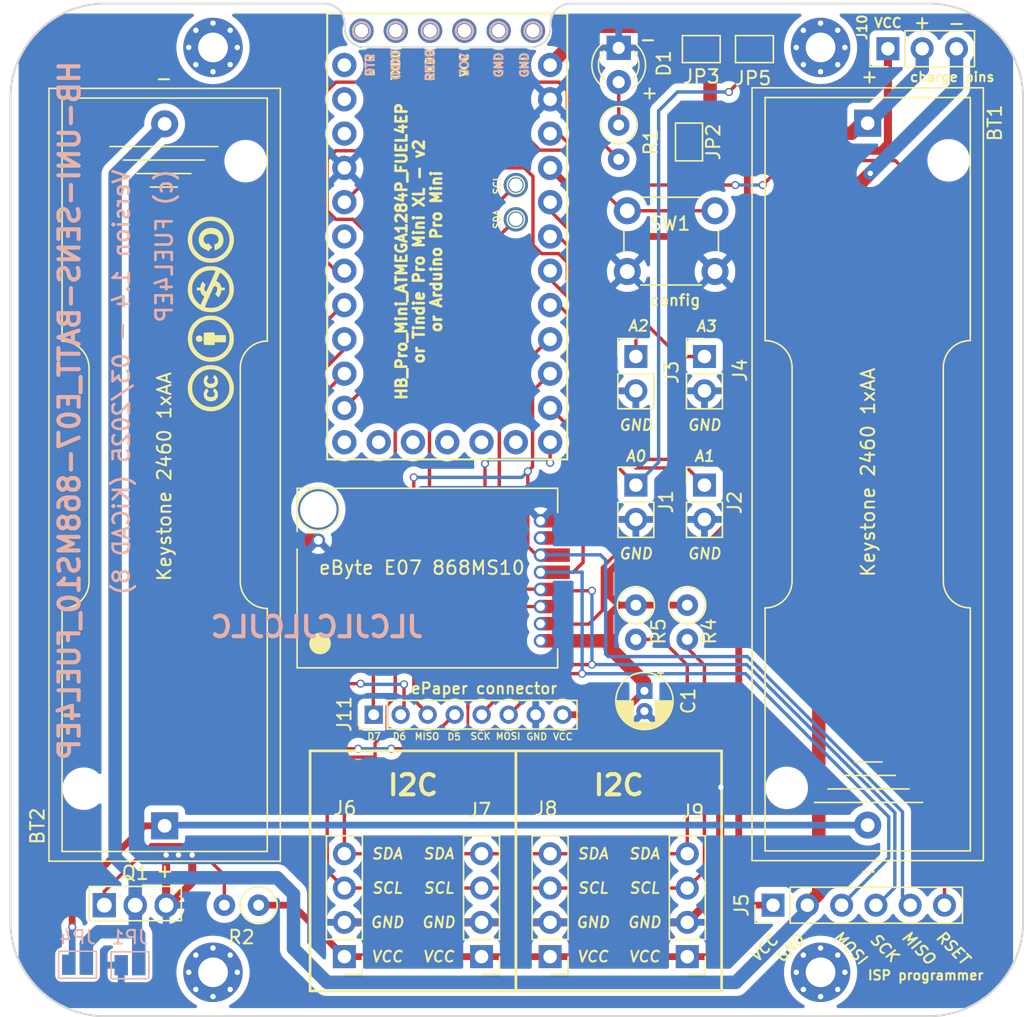
<source format=kicad_pcb>
(kicad_pcb (version 20240108) (generator "pcbnew") (generator_version "8.0")
  (title_block (title "HB-UNI-SEN-BATT_E07-868MS10_FUEL4EP") (date "2025-03-07") (rev "1.4") (company "FUEL4EP") (comment 1 "migration to KiCAD 6"))
  (layers (0 "F.Cu" signal) (31 "B.Cu" signal) (34 "B.Paste" user) (35 "F.Paste" user) (36 "B.SilkS" user "B.Silkscreen") (37 "F.SilkS" user "F.Silkscreen") (38 "B.Mask" user) (39 "F.Mask" user) (44 "Edge.Cuts" user))
  (net 0 "")
  (net 1 "GND")
  (net 2 "Net-(D1-A)")
  (net 3 "/SS")
  (net 4 "/D2")
  (net 5 "/SCL")
  (net 6 "/SDA")
  (net 7 "/A0")
  (net 8 "/A1")
  (net 9 "/A2")
  (net 10 "/A3")
  (net 11 "/MOSI")
  (net 12 "/SCK")
  (net 13 "/MISO")
  (net 14 "/RSET")
  (net 16 "VCC")
  (net 27 "/minusBAT")
  (net 30 "/plusBAT")
  (net 32 "/D5")
  (net 33 "/D6")
  (net 34 "/D7")
  (net 35 "/CONFIG")
  (net 36 "/conBAT")
  (net 37 "Net-(Q1-G)")
  (net 38 "/V_ACCU")
  (net 40 "Net-(Module2-PD4)")
  (footprint "LED_THT:LED_D3.0mm" (layer "F.Cu") (at 45.05 -71.72 -90)
    (property "Reference" "D1")
    (property "Value" "LED red 3mm")
  )
  (footprint "Connector_PinHeader_2.54mm:PinHeader_1x02_P2.54mm_Vertical" (layer "F.Cu") (at 46.32 -39.335)
    (property "Reference" "J1")
    (property "Value" "Conn_01x02")
  )
  (footprint "Connector_PinHeader_2.54mm:PinHeader_1x02_P2.54mm_Vertical" (layer "F.Cu") (at 51.4 -39.335)
    (property "Reference" "J2")
    (property "Value" "Conn_01x02")
  )
  (footprint "Connector_PinHeader_2.54mm:PinHeader_1x04_P2.54mm_Vertical" (layer "F.Cu") (at 34.89 -4.41 180)
    (property "Reference" "J7")
    (property "Value" "Conn_01x04")
  )
  (footprint "FUEL4EP:BatteryHolder_Keystone_2460_1xAA" (layer "F.Cu") (at 63.49 -66.14 -90)
    (property "Reference" "BT1")
    (property "Value" "AA")
  )
  (footprint "Connector_PinHeader_2.54mm:PinHeader_1x02_P2.54mm_Vertical" (layer "F.Cu") (at 46.32 -48.86)
    (property "Reference" "J3")
    (property "Value" "Conn_01x02")
  )
  (footprint "Connector_PinHeader_2.54mm:PinHeader_1x02_P2.54mm_Vertical" (layer "F.Cu") (at 51.4 -48.86)
    (property "Reference" "J4")
    (property "Value" "Conn_01x02")
  )
  (footprint "Connector_PinHeader_2.54mm:PinHeader_1x06_P2.54mm_Vertical" (layer "F.Cu") (at 56.48 -8.22 90)
    (property "Reference" "J5")
    (property "Value" "ISP Programmer")
  )
  (footprint "Connector_PinHeader_2.54mm:PinHeader_1x04_P2.54mm_Vertical" (layer "F.Cu") (at 24.73 -4.41 180)
    (property "Reference" "J6")
    (property "Value" "Conn_01x04")
  )
  (footprint "Capacitor_THT:CP_Radial_D4.0mm_P1.50mm" (layer "F.Cu") (at 46.955 -24.095 -90)
    (property "Reference" "C1")
    (property "Value" "10uF")
  )
  (footprint "Resistor_THT:R_Axial_DIN0207_L6.3mm_D2.5mm_P2.54mm_Vertical" (layer "F.Cu") (at 50.13 -30.445 -90)
    (property "Reference" "R4")
    (property "Value" "10K")
  )
  (footprint "Resistor_THT:R_Axial_DIN0207_L6.3mm_D2.5mm_P2.54mm_Vertical" (layer "F.Cu") (at 46.32 -30.445 -90)
    (property "Reference" "R5")
    (property "Value" "10K")
  )
  (footprint "Resistor_THT:R_Axial_DIN0207_L6.3mm_D2.5mm_P2.54mm_Vertical" (layer "F.Cu") (at 45.05 -66.005 -90)
    (property "Reference" "R1")
    (property "Value" "470")
  )
  (footprint "Package_TO_SOT_THT:TO-251-3_Vertical" (layer "F.Cu") (at 6.95 -8.22)
    (property "Reference" "Q1")
    (property "Value" "IRLU024N")
  )
  (footprint "Connector_PinHeader_2.54mm:PinHeader_1x04_P2.54mm_Vertical" (layer "F.Cu") (at 50.13 -4.41 180)
    (property "Reference" "J9")
    (property "Value" "Conn_01x04")
  )
  (footprint "Connector_PinHeader_2.54mm:PinHeader_1x03_P2.54mm_Vertical" (layer "F.Cu") (at 64.989 -71.6565 90)
    (property "Reference" "J10")
    (property "Value" "charge")
  )
  (footprint "FUEL4EP:SolderJumper-2_P1.3mm_Open_Pad1.0x1.5mm" (layer "F.Cu") (at 8.85 -3.775 180)
    (property "Reference" "JP1")
    (property "Value" "NO")
  )
  (footprint "FUEL4EP:HB_Pro_Mini_ATMEGA1284P_FUEL4EP" (layer "F.Cu") (at 41.24 -41.24 90)
    (property "Reference" "Module2" (hide yes))
    (property "Value" "HB_Pro_Mini_ATMEGA1284P_FUEL4EP")
  )
  (footprint "FUEL4EP:eByte_E07-868MS10" (layer "F.Cu") (at 40.53 -25.8 180)
    (property "Reference" "Module1" (hide yes))
    (property "Value" "E07-868MS10")
  )
  (footprint "Jumper:SolderJumper-2_P1.3mm_Open_Pad1.0x1.5mm" (layer "F.Cu") (at 50.257 -64.75 -90)
    (property "Reference" "JP2")
    (property "Value" "battery supply")
  )
  (footprint "Button_Switch_THT:SW_PUSH_6mm_H5mm" (layer "F.Cu") (at 45.685 -59.655)
    (property "Reference" "SW1")
    (property "Value" "config button")
  )
  (footprint "Connector_PinHeader_2.54mm:PinHeader_1x04_P2.54mm_Vertical" (layer "F.Cu") (at 39.97 -4.41 180)
    (property "Reference" "J8")
    (property "Value" "Conn_01x04")
  )
  (footprint "FUEL4EP:MountingHole_2.2mm_M2_Pad_Via" (layer "F.Cu") (at 60 -71.75)
    (property "Reference" "H2" (hide yes))
    (property "Value" "MountingHole")
  )
  (footprint "FUEL4EP:MountingHole_2.2mm_M2_Pad_Via" (layer "F.Cu") (at 60 -3.25)
    (property "Reference" "H4" (hide yes))
    (property "Value" "MountingHole")
  )
  (footprint "FUEL4EP:MountingHole_2.2mm_M2_Pad_Via" (layer "F.Cu") (at 15 -71.75)
    (property "Reference" "H1" (hide yes))
    (property "Value" "MountingHole")
  )
  (footprint "FUEL4EP:MountingHole_2.2mm_M2_Pad_Via" (layer "F.Cu") (at 15 -3.25)
    (property "Reference" "H3" (hide yes))
    (property "Value" "MountingHole")
  )
  (footprint "FUEL4EP:CC-BY-ND-SA" (layer "F.Cu") (at 14.824 -52 90)
    (property "Reference" "LOGO1" (hide yes))
    (property "Value" "Logo_Open_Hardware_Small" (hide yes))
  )
  (footprint "FUEL4EP:PinPads_1x08_P2.00mm_Vertical" (layer "F.Cu") (at 26.9017 -22.3297 90)
    (property "Reference" "J11")
    (property "Value" "ePaper connector")
  )
  (footprint "FUEL4EP:BatteryHolder_Keystone_2460_1xAA" (layer "F.Cu") (at 11.42 -14.1 90)
    (property "Reference" "BT2")
    (property "Value" "AA")
  )
  (footprint "Jumper:SolderJumper-2_P1.3mm_Open_Pad1.0x1.5mm" (layer "F.Cu") (at 55.103 -71.628)
    (property "Reference" "JP5")
    (property "Value" "battery voltage measurement")
  )
  (footprint "Jumper:SolderJumper-2_P1.3mm_Open_Pad1.0x1.5mm" (layer "F.Cu") (at 51.166 -71.628 180)
    (property "Reference" "JP3")
    (property "Value" "internal boost")
  )
  (footprint "Resistor_THT:R_Axial_DIN0207_L6.3mm_D2.5mm_P2.54mm_Vertical" (layer "F.Cu") (at 18.38 -8.22 180)
    (property "Reference" "R2")
    (property "Value" "100K")
  )
  (footprint "FUEL4EP:SolderJumper-2_P1.3mm_Open_Pad1.0x1.5mm" (layer "F.Cu") (at 4.968 -3.81)
    (property "Reference" "JP4")
    (property "Value" "no BT2 battery")
  )
  (gr_line (start 37.43 -1.87) (end 37.43 -19.65) (stroke (width 0.2)) (layer "F.SilkS"))
  (gr_line (start 22.19 -1.87) (end 37.43 -1.87) (stroke (width 0.2)) (layer "F.SilkS"))
  (gr_line (start 22.19 -19.65) (end 22.19 -1.87) (stroke (width 0.2)) (layer "F.SilkS"))
  (gr_line (start 37.43 -19.65) (end 22.19 -19.65) (stroke (width 0.2)) (layer "F.SilkS"))
  (gr_line (start 37.43 -1.87) (end 52.67 -1.87) (stroke (width 0.2)) (layer "F.SilkS"))
  (gr_line (start 37.43 -19.65) (end 37.43 -1.87) (stroke (width 0.2)) (layer "F.SilkS"))
  (gr_line (start 52.67 -19.65) (end 37.43 -19.65) (stroke (width 0.2)) (layer "F.SilkS"))
  (gr_line (start 52.67 -1.87) (end 52.67 -19.65) (stroke (width 0.2)) (layer "F.SilkS"))
  (gr_arc (start 75 -7) (mid 72.949747 -2.050253) (end 68 0) (stroke (width 0.15)) (layer "Edge.Cuts"))
  (gr_line (start 7 0) (end 68 0) (stroke (width 0.15)) (layer "Edge.Cuts"))
  (gr_line (start 26.25 -71.75) (end 38.5 -71.75) (stroke (width 0.15)) (layer "Edge.Cuts"))
  (gr_line (start 40 -73.5) (end 40 -73.25) (stroke (width 0.15)) (layer "Edge.Cuts"))
  (gr_arc (start 68 -75) (mid 72.949747 -72.949747) (end 75 -68) (stroke (width 0.15)) (layer "Edge.Cuts"))
  (gr_arc (start 26.25 -71.75) (mid 25.18934 -72.18934) (end 24.75 -73.25) (stroke (width 0.15)) (layer "Edge.Cuts"))
  (gr_line (start 75 -7) (end 75 -68) (stroke (width 0.15)) (layer "Edge.Cuts"))
  (gr_line (start 7 -75) (end 23 -75) (stroke (width 0.15)) (layer "Edge.Cuts"))
  (gr_arc (start 40 -73.5) (mid 40.43934 -74.56066) (end 41.5 -75) (stroke (width 0.15)) (layer "Edge.Cuts"))
  (gr_line (start 24.75 -73.5) (end 24.75 -73.25) (stroke (width 0.15)) (layer "Edge.Cuts"))
  (gr_arc (start 40 -73.25) (mid 39.56066 -72.18934) (end 38.5 -71.75) (stroke (width 0.15)) (layer "Edge.Cuts"))
  (gr_line (start 0 -68) (end 0 -7) (stroke (width 0.15)) (layer "Edge.Cuts"))
  (gr_arc (start 23.25 -75) (mid 24.31066 -74.56066) (end 24.75 -73.5) (stroke (width 0.15)) (layer "Edge.Cuts"))
  (gr_arc (start 7 0) (mid 2.050253 -2.050253) (end 0 -7) (stroke (width 0.15)) (layer "Edge.Cuts"))
  (gr_line (start 41.5 -75) (end 68 -75) (stroke (width 0.15)) (layer "Edge.Cuts"))
  (gr_line (start 23 -75) (end 23.25 -75) (stroke (width 0.15)) (layer "Edge.Cuts"))
  (gr_arc (start 0 -68) (mid 2.050253 -72.949747) (end 7 -75) (stroke (width 0.15)) (layer "Edge.Cuts"))
  (gr_text "JLCJLCJLCJLC" (at 30.734 -27.94 0) (layer "B.SilkS") (effects (font (size 1.524 1.524) (thickness 0.3048) (bold yes)) (justify left bottom mirror)))
  (gr_text "(c) FUEL4EP\n" (at 11.395 -62.83 90) (layer "B.SilkS") (effects (font (size 1.2 1.2) (thickness 0.2)) (justify left mirror)))
  (gr_text "HB-UNI-SENS-BATT_E07-868MS10_FUEL4EP\n\n" (at 5.5784 -70.9072 90) (layer "B.SilkS") (effects (font (size 1.5 1.5) (thickness 0.3)) (justify left mirror)))
  (gr_text "Version 1.4 - 03/2025 (KiCAD 8)\n" (at 8.22 -62.83 90) (layer "B.SilkS") (effects (font (size 1.2 1.2) (thickness 0.2)) (justify left mirror)))
  (gr_text "VCC" (at 31.715 -4.41 0) (layer "F.SilkS") (effects (font (size 0.8 0.8) (thickness 0.15) (italic yes))))
  (gr_text "GND" (at 31.715 -6.95 0) (layer "F.SilkS") (effects (font (size 0.8 0.8) (thickness 0.15) (italic yes))))
  (gr_text "SCL" (at 31.715 -9.49 0) (layer "F.SilkS") (effects (font (size 0.8 0.8) (thickness 0.15) (italic yes))))
  (gr_text "SDA" (at 31.715 -12.03 0) (layer "F.SilkS") (effects (font (size 0.8 0.8) (thickness 0.15) (italic yes))))
  (gr_text "SDA" (at 43.145 -12.03 0) (layer "F.SilkS") (effects (font (size 0.8 0.8) (thickness 0.15) (italic yes))))
  (gr_text "SCL" (at 43.145 -9.49 0) (layer "F.SilkS") (effects (font (size 0.8 0.8) (thickness 0.15) (italic yes))))
  (gr_text "GND" (at 43.145 -6.95 0) (layer "F.SilkS") (effects (font (size 0.8 0.8) (thickness 0.15) (italic yes))))
  (gr_text "MISO" (at 67.275 -5.045 315) (layer "F.SilkS") (effects (font (size 0.8 0.8) (thickness 0.15) (italic yes))))
  (gr_text "SCL" (at 27.905 -9.49 0) (layer "F.SilkS") (effects (font (size 0.8 0.8) (thickness 0.15) (italic yes))))
  (gr_text "ePaper connector" (at 35.0805 -24.2728 0) (layer "F.SilkS") (effects (font (size 0.8128 0.8128) (thickness 0.1524))))
  (gr_text "HB_Pro_Mini_ATMEGA1284P_FUEL4EP\nor Tindie Pro Mini XL - v2\nor Arduino Pro Mini" (at 32.004 -56.642 90) (layer "F.SilkS") (effects (font (size 0.8 0.8) (thickness 0.2) (bold yes)) (justify bottom)))
  (gr_text "VCC" (at 64.989 -73.5615 0) (layer "F.SilkS") (effects (font (size 0.7 0.7))))
  (gr_text "VCC" (at 43.145 -4.41 0) (layer "F.SilkS") (effects (font (size 0.8 0.8) (thickness 0.15) (italic yes))))
  (gr_text "+\n" (at 67.529 -73.625 0) (layer "F.SilkS") (effects (font (size 1 1))))
  (gr_text "-\n" (at 47.209 -72.355 0) (layer "F.SilkS") (effects (font (size 1 1))))
  (gr_text "A1" (at 51.4 -41.48 0) (layer "F.SilkS") (effects (font (size 0.8 0.8) (thickness 0.15) (italic yes))))
  (gr_text "SDA" (at 46.955 -12.03 0) (layer "F.SilkS") (effects (font (size 0.8 0.8) (thickness 0.15) (italic yes))))
  (gr_text "MISO" (at 30.8514 -20.7168 0) (layer "F.SilkS") (effects (font (size 0.5 0.5) (thickness 0.1))))
  (gr_text "MOSI" (at 36.8585 -20.7295 0) (layer "F.SilkS") (effects (font (size 0.5 0.5) (thickness 0.1))))
  (gr_text "+" (at 47.336 -68.418 0) (layer "F.SilkS") (effects (font (size 1 1))))
  (gr_text "charge pins" (at 69.7515 -69.561 0) (layer "F.SilkS") (effects (font (size 0.7 0.7))))
  (gr_text "SCK" (at 64.735 -5.045 315) (layer "F.SilkS") (effects (font (size 0.8 0.8) (thickness 0.15) (italic yes))))
  (gr_text "VCC" (at 46.955 -4.41 0) (layer "F.SilkS") (effects (font (size 0.8 0.8) (thickness 0.15) (italic yes))))
  (gr_text "D6" (at 28.8067 -20.7168 0) (layer "F.SilkS") (effects (font (size 0.5 0.5) (thickness 0.1))))
  (gr_text "GND" (at 46.32 -34.255 0) (layer "F.SilkS") (effects (font (size 0.8 0.8) (thickness 0.15) (italic yes))))
  (gr_text "-\n" (at 70.069 -73.5615 0) (layer "F.SilkS") (effects (font (size 1 1))))
  (gr_text "D7" (at 26.9271 -20.7168 0) (layer "F.SilkS") (effects (font (size 0.5 0.5) (thickness 0.1))))
  (gr_text "RSET" (at 69.815 -5.045 315) (layer "F.SilkS") (effects (font (size 0.8 0.8) (thickness 0.15) (italic yes))))
  (gr_text "GND" (at 27.905 -6.95 0) (layer "F.SilkS") (effects (font (size 0.8 0.8) (thickness 0.15) (italic yes))))
  (gr_text "GND" (at 46.955 -6.95 0) (layer "F.SilkS") (effects (font (size 0.8 0.8) (thickness 0.15) (italic yes))))
  (gr_text "GND" (at 46.32 -43.78 0) (layer "F.SilkS") (effects (font (size 0.8 0.8) (thickness 0.15) (italic yes))))
  (gr_text "A0" (at 46.32 -41.48 0) (layer "F.SilkS") (effects (font (size 0.8 0.8) (thickness 0.15) (italic yes))))
  (gr_text "GND" (at 38.9794 -20.7041 0) (layer "F.SilkS") (effects (font (size 0.5 0.5) (thickness 0.1))))
  (gr_text "VCC" (at 40.9098 -20.7041 0) (layer "F.SilkS") (effects (font (size 0.5 0.5) (thickness 0.1))))
  (gr_text "GND" (at 51.4 -34.255 0) (layer "F.SilkS") (effects (font (size 0.8 0.8) (thickness 0.15) (italic yes))))
  (gr_text "SDA" (at 27.905 -12.03 0) (layer "F.SilkS") (effects (font (size 0.8 0.8) (thickness 0.15) (italic yes))))
  (gr_text "VCC" (at 27.905 -4.41 0) (layer "F.SilkS") (effects (font (size 0.8 0.8) (thickness 0.15) (italic yes))))
  (gr_text "SCK" (at 34.8138 -20.7295 0) (layer "F.SilkS") (effects (font (size 0.5 0.5) (thickness 0.1))))
  (gr_text "GND" (at 51.4 -43.78 0) (layer "F.SilkS") (effects (font (size 0.8 0.8) (thickness 0.15) (italic yes))))
  (gr_text "A3" (at 51.54 -51.1 0) (layer "F.SilkS") (effects (font (size 0.8 0.8) (thickness 0.15) (italic yes))))
  (gr_text "SCL" (at 46.955 -9.49 0) (layer "F.SilkS") (effects (font (size 0.8 0.8) (thickness 0.15) (italic yes))))
  (gr_text "MOSI" (at 62.195 -5.045 315) (layer "F.SilkS") (effects (font (size 0.8 0.8) (thickness 0.15) (italic yes))))
  (gr_text "A2" (at 46.49 -51.13 0) (layer "F.SilkS") (effects (font (size 0.8 0.8) (thickness 0.15) (italic yes))))
  (gr_text "D5" (at 32.858 -20.6914 0) (layer "F.SilkS") (effects (font (size 0.5 0.5) (thickness 0.1))))
  (gr_text "config" (at 49.2156 -53.0256 0) (layer "F.SilkS") (effects (font (size 0.8128 0.8128) (thickness 0.1524))))
  (gr_text "I2C" (at 45.05 -17.11 0) (layer "F.SilkS") (effects (font (size 1.5 1.5) (thickness 0.3))))
  (gr_text "I2C" (at 29.81 -17.11 0) (layer "F.SilkS") (effects (font (size 1.5 1.5) (thickness 0.3))))
  (gr_text "ISP programmer" (at 67.783 -3.0257 0) (layer "F.SilkS") (effects (font (size 0.7 0.7))))
  (gr_text "GND" (at 57.75 -5.045 45) (layer "F.SilkS") (effects (font (size 0.8 0.8) (thickness 0.15) (italic yes))))
  (gr_text "VCC" (at 55.845 -5.045 45) (layer "F.SilkS") (effects (font (size 0.8 0.8) (thickness 0.15) (italic yes))))
  (segment (start 50.13 -6.95) (end 52.5684 -9.3884) (width 0.6) (layer "F.Cu") (net 1))
  (segment (start 39.97 -6.95) (end 50.13 -6.95) (width 0.6) (layer "F.Cu") (net 1))
  (segment (start 11.776 -8.22) (end 13.462 -9.906) (width 0.6) (layer "F.Cu") (net 1))
  (segment (start 13.462 -11.938) (end 11.529998 -11.938) (width 0.6) (layer "F.Cu") (net 1))
  (segment (start 52.5684 -16.9068) (end 52.6192 -16.9576) (width 0.6) (layer "F.Cu") (net 1))
  (segment (start 52.5684 -9.3884) (end 52.5684 -16.9068) (width 0.6) (layer "F.Cu") (net 1))
  (segment (start 34.89 -6.95) (end 39.97 -6.95) (width 0.6) (layer "F.Cu") (net 1))
  (segment (start 11.529998 -11.938) (end 11.529998 -8.220002) (width 0.6) (layer "F.Cu") (net 1))
  (segment (start 24.73 -6.95) (end 34.89 -6.95) (width 0.6) (layer "F.Cu") (net 1))
  (segment (start 13.462 -9.906) (end 13.462 -11.938) (width 0.6) (layer "F.Cu") (net 1))
  (via (at 52.6192 -16.9576) (size 0.6) (drill 0.4) (layers "F.Cu" "B.Cu") (net 1))
  (via (at 11.529998 -11.938) (size 0.6) (drill 0.4) (layers "F.Cu" "B.Cu") (net 1))
  (via (at 13.462 -11.938) (size 0.6) (drill 0.4) (layers "F.Cu" "B.Cu") (net 1))
  (via (at 12.446 -11.938) (size 0.6) (drill 0.4) (layers "F.Cu" "B.Cu") (net 1))
  (segment (start 45.05 -66.005) (end 45.05 -69.18) (width 0.25) (layer "F.Cu") (net 2))
  (segment (start 39.97 -42.51) (end 39.97 -40.986002) (width 0.25) (layer "F.Cu") (net 3))
  (segment (start 37.33 -30.34) (end 35.144 -32.526) (width 0.25) (layer "F.Cu") (net 3))
  (segment (start 39.26 -30.34) (end 37.33 -30.34) (width 0.25) (layer "F.Cu") (net 3))
  (segment (start 35.144 -32.526) (end 35.144 -40.922486) (width 0.25) (layer "F.Cu") (net 3))
  (via (at 39.97 -40.986002) (size 0.6) (drill 0.4) (layers "F.Cu" "B.Cu") (net 3))
  (via (at 35.144 -40.922486) (size 0.6) (drill 0.4) (layers "F.Cu" "B.Cu") (net 3))
  (segment (start 39.733517 -41.222485) (end 35.443999 -41.222485) (width 0.25) (layer "B.Cu") (net 3))
  (segment (start 35.443999 -41.222485) (end 35.144 -40.922486) (width 0.25) (layer "B.Cu") (net 3))
  (segment (start 39.97 -40.986002) (end 39.733517 -41.222485) (width 0.25) (layer "B.Cu") (net 3))
  (segment (start 40.605 -56.48) (end 39.335 -56.48) (width 0.25) (layer "F.Cu") (net 4))
  (segment (start 38.7 -57.115) (end 38.7 -62.195) (width 0.25) (layer "F.Cu") (net 4))
  (segment (start 38.7 -62.195) (end 38.065 -62.83) (width 0.25) (layer "F.Cu") (net 4))
  (segment (start 27.27 -62.83) (end 24.73 -60.29) (width 0.25) (layer "F.Cu") (net 4))
  (segment (start 41.24 -55.845) (end 40.605 -56.48) (width 0.25) (layer "F.Cu") (net 4))
  (segment (start 41.24 -54.575) (end 43.145 -52.67) (width 0.25) (layer "F.Cu") (net 4))
  (segment (start 51.565 -35.055) (end 53.305 -36.795) (width 0.25) (layer "F.Cu") (net 4))
  (segment (start 53.305 -36.795) (end 53.305 -39.97) (width 0.25) (layer "F.Cu") (net 4))
  (segment (start 43.145 -45.05) (end 46.955 -41.24) (width 0.25) (layer "F.Cu") (net 4))
  (segment (start 46.955 -41.24) (end 52.035 -41.24) (width 0.25) (layer "F.Cu") (net 4))
  (segment (start 52.035 -41.24) (end 53.305 -39.97) (width 0.25) (layer "F.Cu") (net 4))
  (segment (start 45.671814 -35.055) (end 43.84 -33.223186) (width 0.25) (layer "F.Cu") (net 4))
  (segment (start 42.831814 -29.04) (end 43.84 -30.048186) (width 0.25) (layer "F.Cu") (net 4))
  (segment (start 38.065 -62.83) (end 27.27 -62.83) (width 0.25) (layer "F.Cu") (net 4))
  (segment (start 45.671814 -35.055) (end 51.565 -35.055) (width 0.25) (layer "F.Cu") (net 4))
  (segment (start 39.335 -56.48) (end 38.7 -57.115) (width 0.25) (layer "F.Cu") (net 4))
  (segment (start 43.84 -33.223186) (end 43.84 -30.048186) (width 0.25) (layer "F.Cu") (net 4))
  (segment (start 40.74 -29.04) (end 42.831814 -29.04) (width 0.25) (layer "F.Cu") (net 4))
  (segment (start 41.24 -55.845) (end 41.24 -54.575) (width 0.25) (layer "F.Cu") (net 4))
  (segment (start 43.145 -52.67) (end 43.145 -45.05) (width 0.25) (layer "F.Cu") (net 4))
  (segment (start 34.89 -9.49) (end 39.97 -9.49) (width 0.25) (layer "F.Cu") (net 5))
  (segment (start 39.97 -9.49) (end 50.13 -9.49) (width 0.25) (layer "F.Cu") (net 5))
  (segment (start 51.4 -26) (end 51.4 -10.76) (width 0.25) (layer "F.Cu") (net 5))
  (segment (start 50.13 -27.27) (end 51.4 -26) (width 0.25) (layer "F.Cu") (net 5))
  (segment (start 50.765 -10.125) (end 51.4 -10.76) (width 0.25) (layer "F.Cu") (net 5))
  (segment (start 26.982799 -19.184999) (end 27.0033 -19.2055) (width 0.25) (layer "F.Cu") (net 5))
  (segment (start 28.495001 -52.625001) (end 28.495001 -23.604001) (width 0.25) (layer "F.Cu") (net 5))
  (segment (start 27.0033 -19.2055) (end 27.0033 -20.2342) (width 0.25) (layer "F.Cu") (net 5))
  (segment (start 27.876701 -22.985701) (end 27.876701 -21.044101) (width 0.2) (layer "F.Cu") (net 5))
  (segment (start 23.46 -10.76) (end 23.46 -19.015) (width 0.25) (layer "F.Cu") (net 5))
  (segment (start 27.0033 -20.2342) (end 27.813201 -21.044101) (width 0.25) (layer "F.Cu") (net 5))
  (segment (start 28.495001 -23.604001) (end 27.876701 -22.985701) (width 0.2) (layer "F.Cu") (net 5))
  (segment (start 24.73 -9.49) (end 34.89 -9.49) (width 0.25) (layer "F.Cu") (net 5))
  (segment (start 24.73 -9.49) (end 23.46 -10.76) (width 0.25) (layer "F.Cu") (net 5))
  (segment (start 50.13 -9.49) (end 50.765 -10.125) (width 0.25) (layer "F.Cu") (net 5))
  (segment (start 23.629999 -19.184999) (end 26.982799 -19.184999) (width 0.25) (layer "F.Cu") (net 5))
  (segment (start 37.43 -61.56) (end 28.495001 -52.625001) (width 0.25) (layer "F.Cu") (net 5))
  (segment (start 23.46 -19.015) (end 23.629999 -19.184999) (width 0.25) (layer "F.Cu") (net 5))
  (segment (start 39.97 -12.03) (end 50.13 -12.03) (width 0.25) (layer "F.Cu") (net 6))
  (segment (start 48.225 -27.905) (end 50.13 -26) (width 0.25) (layer "F.Cu") (net 6))
  (segment (start 34.89 -12.03) (end 39.97 -12.03) (width 0.25) (layer "F.Cu") (net 6))
  (segment (start 33.876701 -22.797701) (end 33.876701 -23.622399) (width 0.25) (layer "F.Cu") (net 6))
  (segment (start 24.73 -12.03) (end 34.89 -12.03) (width 0.25) (layer "F.Cu") (net 6))
  (segment (start 32.909099 -24.590001) (end 31.765001 -24.590001) (width 0.25) (layer "F.Cu") (net 6))
  (segment (start 24.73 -17.69) (end 24.73 -12.03) (width 0.25) (layer "F.Cu") (net 6))
  (segment (start 31.765001 -24.590001) (end 31.035001 -25.320001) (width 0.25) (layer "F.Cu") (net 6))
  (segment (start 32.893301 -19.825001) (end 33.8232 -20.7549) (width 0.25) (layer "F.Cu") (net 6))
  (segment (start 29.63 -17.69) (end 24.73 -17.69) (width 0.25) (layer "F.Cu") (net 6))
  (segment (start 31.765001 -19.825001) (end 32.893301 -19.825001) (width 0.25) (layer "F.Cu") (net 6))
  (segment (start 46.32 -27.905) (end 48.225 -27.905) (width 0.25) (layer "F.Cu") (net 6))
  (segment (start 31.035001 -25.320001) (end 31.035001 -52.625001) (width 0.25) (layer "F.Cu") (net 6))
  (segment (start 50.13 -12.03) (end 50.13 -26) (width 0.25) (layer "F.Cu") (net 6))
  (segment (start 33.876701 -23.622399) (end 32.909099 -24.590001) (width 0.25) (layer "F.Cu") (net 6))
  (segment (start 33.876701 -22.797701) (end 33.876701 -20.808401) (width 0.2) (layer "F.Cu") (net 6))
  (segment (start 33.876701 -20.808401) (end 33.8232 -20.7549) (width 0.2) (layer "F.Cu") (net 6))
  (segment (start 31.765001 -19.825001) (end 29.63 -17.69) (width 0.25) (layer "F.Cu") (net 6))
  (segment (start 31.035001 -52.625001) (end 37.43 -59.02) (width 0.25) (layer "F.Cu") (net 6))
  (segment (start 41.875 -43.78) (end 46.32 -39.335) (width 0.25) (layer "F.Cu") (net 7))
  (segment (start 41.875 -51.4) (end 41.875 -43.78) (width 0.25) (layer "F.Cu") (net 7))
  (segment (start 54.453 -69.693) (end 54.453 -71.628) (width 0.25) (layer "F.Cu") (net 7))
  (segment (start 41.875 -51.4) (end 40.605 -52.67) (width 0.25) (layer "F.Cu") (net 7))
  (segment (start 53.213 -68.453) (end 54.453 -69.693) (width 0.25) (layer "F.Cu") (net 7))
  (via (at 53.213 -68.453) (size 0.6) (drill 0.4) (layers "F.Cu" "B.Cu") (net 7))
  (segment (start 46.32 -39.335) (end 48.006 -41.021) (width 0.25) (layer "B.Cu") (net 7))
  (segment (start 48.006 -41.021) (end 48.006 -67.056) (width 0.25) (layer "B.Cu") (net 7))
  (segment (start 48.006 -67.056) (end 49.403 -68.453) (width 0.25) (layer "B.Cu") (net 7))
  (segment (start 49.403 -68.453) (end 53.213 -68.453) (width 0.25) (layer "B.Cu") (net 7))
  (segment (start 42.51 -44.415) (end 46.32 -40.605) (width 0.25) (layer "F.Cu") (net 8))
  (segment (start 46.32 -40.605) (end 50.13 -40.605) (width 0.25) (layer "F.Cu") (net 8))
  (segment (start 50.13 -40.605) (end 51.4 -39.335) (width 0.25) (layer "F.Cu") (net 8))
  (segment (start 42.51 -52.035) (end 39.97 -54.575) (width 0.25) (layer "F.Cu") (net 8))
  (segment (start 42.51 -52.035) (end 42.51 -44.415) (width 0.25) (layer "F.Cu") (net 8))
  (segment (start 41.875 -55.21) (end 46.32 -50.765) (width 0.25) (layer "F.Cu") (net 9))
  (segment (start 46.32 -50.765) (end 46.32 -48.86) (width 0.25) (layer "F.Cu") (net 9))
  (segment (start 40.605 -57.75) (end 41.875 -56.48) (width 0.25) (layer "F.Cu") (net 9))
  (segment (start 41.875 -56.48) (end 41.875 -55.21) (width 0.25) (layer "F.Cu") (net 9))
  (segment (start 42.51 -57.115) (end 39.97 -59.655) (width 0.25) (layer "F.Cu") (net 10))
  (segment (start 42.51 -55.845) (end 49.495 -48.86) (width 0.25) (layer "F.Cu") (net 10))
  (segment (start 49.495 -48.86) (end 51.4 -48.86) (width 0.25) (layer "F.Cu") (net 10))
  (segment (start 42.51 -57.115) (end 42.51 -55.845) (width 0.25) (layer "F.Cu") (net 10))
  (segment (start 39.975 -25.37) (end 36.9601 -22.3551) (width 0.25) (layer "F.Cu") (net 11))
  (segment (start 42.34 -25.37) (end 39.975 -25.37) (width 0.25) (layer "F.Cu") (net 11))
  (segment (start 40.345 -32.88) (end 41.68 -32.88) (width 0.25) (layer "F.Cu") (net 11))
  (segment (start 42.41 -33.61) (end 42.41 -42.60859) (width 0.25) (layer "F.Cu") (net 11))
  (segment (start 42.41 -42.60859) (end 39.96 -45.05859) (width 0.25) (layer "F.Cu") (net 11))
  (segment (start 41.68 -32.88) (end 42.41 -33.61) (width 0.25) (layer "F.Cu") (net 11))
  (via (at 42.34 -25.37) (size 0.6) (drill 0.4) (layers "F.Cu" "B.Cu") (net 11))
  (segment (start 54.448 -25.365) (end 65.0525 -14.7605) (width 0.25) (layer "B.Cu") (net 11))
  (segment (start 65.0525 -14.7605) (end 65.0525 -11.7252) (width 0.25) (layer "B.Cu") (net 11))
  (segment (start 42.34 -25.37) (end 42.345 -25.365) (width 0.25) (layer "B.Cu") (net 11))
  (segment (start 42.345 -25.365) (end 54.448 -25.365) (width 0.25) (layer "B.Cu") (net 11))
  (segment (start 65.0525 -11.7252) (end 61.5219 -8.1946) (width 0.25) (layer "B.Cu") (net 11))
  (segment (start 42.34 -32.89) (end 39.22 -32.89) (width 0.25) (layer "B.Cu") (net 11))
  (segment (start 42.34 -25.37) (end 42.34 -32.89) (width 0.25) (layer "B.Cu") (net 11))
  (segment (start 37.03 -31.63) (end 39.24 -31.63) (width 0.25) (layer "F.Cu") (net 12))
  (segment (start 43.07 -26.04) (end 38.6257 -26.04) (width 0.25) (layer "F.Cu") (net 12))
  (segment (start 43.07 -31.51) (end 41.05 -31.51) (width 0.25) (layer "F.Cu") (net 12))
  (segment (start 38.6257 -26.04) (end 38.5241 -26.04) (width 0.25) (layer "F.Cu") (net 12))
  (segment (start 36.204999 -32.455001) (end 37.03 -31.63) (width 0.25) (layer "F.Cu") (net 12))
  (segment (start 36.204999 -46.454999) (end 36.204999 -32.455001) (width 0.25) (layer "F.Cu") (net 12))
  (segment (start 38.5241 -26.04) (end 34.9916 -22.5075) (width 0.25) (layer "F.Cu") (net 12))
  (segment (start 36.204999 -46.454999) (end 39.88 -50.13) (width 0.25) (layer "F.Cu") (net 12))
  (via (at 43.07 -26.04) (size 0.6) (drill 0.4) (layers "F.Cu" "B.Cu") (net 12))
  (via (at 43.07 -31.51) (size 0.6) (drill 0.4) (layers "F.Cu" "B.Cu") (net 12))
  (segment (start 43.07 -31.51) (end 43.07 -26.04) (width 0.25) (layer "B.Cu") (net 12))
  (segment (start 54.535 -26.04) (end 65.502511 -15.072489) (width 0.25) (layer "B.Cu") (net 12))
  (segment (start 43.07 -26.04) (end 54.535 -26.04) (width 0.25) (layer "B.Cu") (net 12))
  (segment (start 65.502511 -9.533611) (end 64.1635 -8.1946) (width 0.25) (layer "B.Cu") (net 12))
  (segment (start 65.502511 -15.072489) (end 65.502511 -9.533611) (width 0.25) (layer "B.Cu") (net 12))
  (segment (start 30.9657 -22.3424) (end 29.8735 -23.4346) (width 0.25) (layer "F.Cu") (net 13))
  (segment (start 38.318999 -34.791001) (end 38.318999 -40.350999) (width 0.25) (layer "F.Cu") (net 13))
  (segment (start 29.8735 -23.4346) (end 29.8735 -39.9065) (width 0.25) (layer "F.Cu") (net 13))
  (segment (start 39.97 -47.59) (end 38.668999 -46.288999) (width 0.25) (layer "F.Cu") (net 13))
  (segment (start 39.01 -34.1) (end 38.318999 -34.791001) (width 0.25) (layer "F.Cu") (net 13))
  (segment (start 38.668999 -46.288999) (end 38.668999 -40.700999) (width 0.25) (layer "F.Cu") (net 13))
  (segment (start 38.668999 -40.700999) (end 38.318999 -40.350999) (width 0.25) (layer "F.Cu") (net 13))
  (via (at 38.318999 -40.350999) (size 0.6) (drill 0.4) (layers "F.Cu" "B.Cu") (net 13))
  (via (at 29.8735 -39.9065) (size 0.6) (drill 0.4) (layers "F.Cu" "B.Cu") (net 13))
  (segment (start 44.08 -33.79) (end 44.08 -26.83) (width 0.25) (layer "B.Cu") (net 13))
  (segment (start 66.0685 -15.14291) (end 66.0685 -8.8677) (width 0.25) (layer "B.Cu") (net 13))
  (segment (start 44.275 -26.635) (end 54.57641 -26.635) (width 0.25) (layer "B.Cu") (net 13))
  (segment (start 38.318999 -40.350999) (end 37.8745 -39.9065) (width 0.25) (layer "B.Cu") (net 13))
  (segment (start 37.8745 -39.9065) (end 29.8735 -39.9065) (width 0.25) (layer "B.Cu") (net 13))
  (segment (start 54.57641 -26.635) (end 66.0685 -15.14291) (width 0.25) (layer "B.Cu") (net 13))
  (segment (start 43.7 -34.17) (end 44.08 -33.79) (width 0.25) (layer "B.Cu") (net 13))
  (segment (start 44.08 -26.83) (end 44.275 -26.635) (width 0.25) (layer "B.Cu") (net 13))
  (segment (start 66.0685 -8.8677) (end 66.6273 -8.3089) (width 0.25) (layer "B.Cu") (net 13))
  (segment (start 39.28 -34.17) (end 43.7 -34.17) (width 0.25) (layer "B.Cu") (net 13))
  (segment (start 55.718 -61.56) (end 57.531 -63.373) (width 0.25) (layer "F.Cu") (net 14))
  (segment (start 66.675 -34.2581) (end 69.18 -31.7531) (width 0.25) (layer "F.Cu") (net 14))
  (segment (start 44.415 -61.56) (end 53.686 -61.56) (width 0.25) (layer "F.Cu") (net 14))
  (segment (start 66.675 -62.23) (end 66.675 -34.2581) (width 0.25) (layer "F.Cu") (net 14))
  (segment (start 65.532 -63.373) (end 66.675 -62.23) (width 0.25) (layer "F.Cu") (net 14))
  (segment (start 69.18 -31.7531) (end 69.18 -8.22) (width 0.25) (layer "F.Cu") (net 14))
  (segment (start 57.531 -63.373) (end 65.532 -63.373) (width 0.25) (layer "F.Cu") (net 14))
  (segment (start 44.415 -61.56) (end 40.605 -65.37) (width 0.25) (layer "F.Cu") (net 14))
  (via (at 55.718 -61.56) (size 0.6) (drill 0.4) (layers "F.Cu" "B.Cu") (net 14))
  (via (at 53.686 -61.56) (size 0.6) (drill 0.4) (layers "F.Cu" "B.Cu") (net 14))
  (segment (start 53.686 -61.56) (end 55.718 -61.56) (width 0.25) (layer "B.Cu") (net 14))
  (segment (start 34.89 -4.41) (end 39.97 -4.41) (width 0.5) (layer "F.Cu") (net 16))
  (segment (start 39.97 -4.41) (end 50.13 -4.41) (width 0.5) (layer "F.Cu") (net 16))
  (segment (start 44.415 -32.985) (end 45.05 -33.62) (width 0.5) (layer "F.Cu") (net 16))
  (segment (start 45.05 -33.62) (end 53.305 -33.62) (width 0.5) (layer "F.Cu") (net 16))
  (segment (start 53.94 -8.855) (end 53.94 -32.985) (width 0.5) (layer "F.Cu") (net 16))
  (segment (start 44.415 -31.08) (end 44.415 -32.985) (width 0.5) (layer "F.Cu") (net 16))
  (segment (start 44.415 -31.08) (end 45.05 -30.445) (width 0.5) (layer "F.Cu") (net 16))
  (segment (start 45.05 -30.445) (end 44.415 -29.81) (width 0.5) (layer "F.Cu") (net 16))
  (segment (start 44.415 -29.81) (end 44.415 -27.905) (width 0.5) (layer "F.Cu") (net 16))
  (segment (start 20.92 -8.22) (end 24.73 -4.41) (width 0.5) (layer "F.Cu") (net 16))
  (segment (start 45.05 -57.75) (end 39.97 -62.83) (width 0.5) (layer "F.Cu") (net 16))
  (segment (start 53.94 -57.115) (end 53.305 -57.75) (width 0.5) (layer "F.Cu") (net 16))
  (segment (start 45.05 -57.75) (end 53.305 -57.75) (width 0.5) (layer "F.Cu") (net 16))
  (segment (start 54.575 -8.22) (end 56.48 -8.22) (width 0.5) (layer "F.Cu") (net 16))
  (segment (start 44.415 -27.27) (end 44.415 -27.905) (width 1) (layer "F.Cu") (net 16))
  (segment (start 46.955 -24.73) (end 46.955 -24.095) (width 0.5) (layer "F.Cu") (net 16))
  (segment (start 64.99 -64.64) (end 64.45 -64.1) (width 0.6) (layer "F.Cu") (net 16))
  (segment (start 52.16 -4.41) (end 50.13 -4.41) (width 0.5) (layer "F.Cu") (net 16))
  (segment (start 53.94 -57.04) (end 53.94 -57.115) (width 0.5) (layer "F.Cu") (net 16))
  (segment (start 64.99 -71.6555) (end 64.99 -64.64) (width 0.6) (layer "F.Cu") (net 16))
  (segment (start 53.305 -33.62) (end 53.94 -32.985) (width 0.5) (layer "F.Cu") (net 16))
  (segment (start 18.38 -8.22) (end 20.92 -8.22) (width 0.5) (layer "F.Cu") (net 16))
  (segment (start 53.94 -6.19) (end 52.16 -4.41) (width 0.5) (layer "F.Cu") (net 16))
  (segment (start 40.345 -27.8) (end 44.31 -27.8) (width 1) (layer "F.Cu") (net 16))
  (segment (start 40.9017 -22.3297) (end 45.1897 -22.3297) (width 0.5) (layer "F.Cu") (net 16))
  (segment (start 64.45 -64.1) (end 50.257 -64.1) (width 0.6) (layer "F.Cu") (net 16))
  (segment (start 44.31 -27.8) (end 44.415 -27.905) (width 0.5) (layer "F.Cu") (net 16))
  (segment (start 24.73 -4.41) (end 34.89 -4.41) (width 0.5) (layer "F.Cu") (net 16))
  (segment (start 45.05 -30.445) (end 46.32 -30.445) (width 0.5) (layer "F.Cu") (net 16))
  (segment (start 53.94 -57.04) (end 54.575 -57.675) (width 0.5) (layer "F.Cu") (net 16))
  (segment (start 53.94 -8.855) (end 53.94 -6.19) (width 0.5) (layer "F.Cu") (net 16))
  (segment (start 53.94 -34.255) (end 53.94 -57.04) (width 0.5) (layer "F.Cu") (net 16))
  (segment (start 45.1897 -22.3297) (end 46.955 -24.095) (width 0.5) (layer "F.Cu") (net 16))
  (segment (start 53.94 -8.855) (end 54.575 -8.22) (width 0.5) (layer "F.Cu") (net 16))
  (segment (start 54.575 -57.675) (end 54.575 -64.065) (width 0.5) (layer "F.Cu") (net 16))
  (segment (start 46.32 -30.445) (end 50.13 -30.445) (width 0.5) (layer "F.Cu") (net 16))
  (segment (start 44.415 -27.27) (end 46.955 -24.73) (width 1) (layer "F.Cu") (net 16))
  (segment (start 53.305 -33.62) (end 53.94 -34.255) (width 0.5) (layer "F.Cu") (net 16))
  (segment (start 59.87 -9.07) (end 59.87 -58.61716) (width 1) (layer "F.Cu") (net 27))
  (segment (start 59.02 -8.22) (end 59.87 -9.07) (width 1) (layer "F.Cu") (net 27))
  (segment (start 59.87 -58.61716) (end 63.68192 -62.42908) (width 1) (layer "F.Cu") (net 27))
  (via (at 63.68192 -62.42908) (size 1) (drill 0.4) (layers "F.Cu" "B.Cu") (net 27))
  (segment (start 23.46 -2.505) (end 53.305 -2.505) (width 1) (layer "B.Cu") (net 27))
  (segment (start 9.5 -3.775) (end 9.5 -6) (width 1) (layer "B.Cu") (net 27))
  (segment (start 6.504 -6.25) (end 9.25 -6.25) (width 1) (layer "B.Cu") (net 27))
  (segment (start 19.75 -10.25) (end 9.25 -10.25) (width 1) (layer "B.Cu") (net 27))
  (segment (start 9.5 -6) (end 9.25 -6.25) (width 1) (layer "B.Cu") (net 27))
  (segment (start 7.75 -62.3473) (end 11.4839 -66.0812) (width 1) (layer "B.Cu") (net 27))
  (segment (start 20.965 -9.035) (end 19.75 -10.25) (width 1) (layer "B.Cu") (net 27))
  (segment (start 70.069 -71.6565) (end 70.069 -68.81616) (width 1) (layer "B.Cu") (net 27))
  (segment (start 9.25 -10.25) (end 9.24 -10.26) (width 1) (layer "B.Cu") (net 27))
  (segment (start 7.75 -11.75) (end 7.75 -62.3473) (width 1) (layer "B.Cu") (net 27))
  (segment (start 20.965 -5) (end 20.965 -9.035) (width 1) (layer "B.Cu") (net 27))
  (segment (start 53.305 -2.505) (end 53.725002 -2.505) (width 1) (layer "B.Cu") (net 27))
  (segment (start 5.618 -5.364) (end 6.504 -6.25) (width 1) (layer "B.Cu") (net 27))
  (segment (start 20.965 -5) (end 23.46 -2.505) (width 1) (layer "B.Cu") (net 27))
  (segment (start 9.25 -8.16665) (end 9.25 -6.25) (width 1) (layer "B.Cu") (net 27))
  (segment (start 70.069 -68.81616) (end 63.68192 -62.42908) (width 1) (layer "B.Cu") (net 27))
  (segment (start 5.618 -3.81) (end 5.618 -5.364) (width 1) (layer "B.Cu") (net 27))
  (segment (start 9.24 -8.22) (end 9.24 -10.26) (width 1) (layer "B.Cu") (net 27))
  (segment (start 53.725002 -2.505) (end 59.1216 -7.901598) (width 1) (layer "B.Cu") (net 27))
  (segment (start 9.24 -10.26) (end 7.75 -11.75) (width 1) (layer "B.Cu") (net 27))
  (segment (start 51.816 -71.628) (end 51.816 -65.4) (width 1) (layer "F.Cu") (net 30))
  (segment (start 55.753 -65.654) (end 56.007 -65.4) (width 1) (layer "F.Cu") (net 30))
  (segment (start 50.257 -65.4) (end 51.816 -65.4) (width 1) (layer "F.Cu") (net 30))
  (segment (start 51.816 -65.4) (end 56.007 -65.4) (width 1) (layer "F.Cu") (net 30))
  (segment (start 55.753 -71.628) (end 55.753 -65.654) (width 1) (layer "F.Cu") (net 30))
  (segment (start 56.007 -65.4) (end 62.3 -65.4) (width 1) (layer "F.Cu") (net 30))
  (segment (start 62.3 -65.4) (end 63.5 -66.6) (width 1) (layer "F.Cu") (net 30))
  (segment (start 67.529 -70.1325) (end 63.592 -66.1955) (width 1) (layer "B.Cu") (net 30))
  (segment (start 67.529 -71.6565) (end 67.529 -70.1325) (width 1) (layer "B.Cu") (net 30))
  (segment (start 25.75 -19.81) (end 23.184998 -19.81) (width 0.25) (layer "F.Cu") (net 32))
  (segment (start 18.634 -46.684) (end 24.75 -52.8) (width 0.25) (layer "F.Cu") (net 32))
  (segment (start 30.351 -19.81) (end 32.858 -22.317) (width 0.25) (layer "F.Cu") (net 32))
  (segment (start 28.2 -19.81) (end 30.351 -19.81) (width 0.25) (layer "F.Cu") (net 32))
  (segment (start 23.184998 -19.81) (end 18.634 -24.360998) (width 0.25) (layer "F.Cu") (net 32))
  (segment (start 18.634 -24.360998) (end 18.634 -46.684) (width 0.25) (layer "F.Cu") (net 32))
  (via (at 25.75 -19.81) (size 0.6) (drill 0.4) (layers "F.Cu" "B.Cu") (net 32))
  (via (at 28.2 -19.81) (size 0.6) (drill 0.4) (layers "F.Cu" "B.Cu") (net 32))
  (segment (start 28.2 -19.81) (end 25.75 -19.81) (width 0.25) (layer "B.Cu") (net 32))
  (segment (start 25.9365 -24.6284) (end 21.0343 -24.6284) (width 0.25) (layer "F.Cu") (net 33))
  (segment (start 19.2055 -43.878502) (end 24.9 -49.573002) (width 0.25) (layer "F.Cu") (net 33))
  (segment (start 19.2055 -26.4572) (end 19.2055 -43.878502) (width 0.25) (layer "F.Cu") (net 33))
  (segment (start 21.0343 -24.6284) (end 19.2055 -26.4572) (width 0.25) (layer "F.Cu") (net 33))
  (segment (start 29.1496 -22.5776) (end 29.1496 -24.5776) (width 0.25) (layer "F.Cu") (net 33))
  (via (at 29.1496 -24.5776) (size 0.6) (drill 0.4) (layers "F.Cu" "B.Cu") (net 33))
  (via (at 25.9365 -24.6284) (size 0.6) (drill 0.4) (layers "F.Cu" "B.Cu") (net 33))
  (segment (start 25.9492 -24.5776) (end 25.9492 -24.6157) (width 0.25) (layer "B.Cu") (net 33))
  (segment (start 25.9492 -24.5776) (end 29.1496 -24.5776) (width 0.25) (layer "B.Cu") (net 33))
  (segment (start 25.9492 -24.6157) (end 25.9365 -24.6284) (width 0.25) (layer "B.Cu") (net 33))
  (segment (start 19.777 -42.657) (end 24.74 -47.62) (width 0.25) (layer "F.Cu") (net 34))
  (segment (start 26.8763 -26.3037) (end 19.777 -33.403) (width 0.25) (layer "F.Cu") (net 34))
  (segment (start 19.777 -33.403) (end 19.777 -42.657) (width 0.25) (layer "F.Cu") (net 34))
  (segment (start 26.8763 -22.3805) (end 26.8763 -26.3037) (width 0.25) (layer "F.Cu") (net 34))
  (segment (start 37.928003 -65.414999) (end 36.931997 -65.414999) (width 0.25) (layer "F.Cu") (net 35))
  (segment (start 23.46 -59.655) (end 23.46 -63.465) (width 0.25) (layer "F.Cu") (net 35))
  (segment (start 24.095 -64.1) (end 35.616998 -64.1) (width 0.25) (layer "F.Cu") (net 35))
  (segment (start 23.46 -63.465) (end 24.095 -64.1) (width 0.25) (layer "F.Cu") (net 35))
  (segment (start 24.095 -59.02) (end 23.46 -59.655) (width 0.25) (layer "F.Cu") (net 35))
  (segment (start 36.931997 -65.414999) (end 35.616998 -64.1) (width 0.25) (layer "F.Cu") (net 35))
  (segment (start 45.685 -59.655) (end 52.185 -59.655) (width 0.25) (layer "F.Cu") (net 35))
  (segment (start 26.635 -57.75) (end 25.365 -59.02) (width 0.25) (layer "F.Cu") (net 35))
  (segment (start 26.635 -46.955) (end 26.635 -57.75) (width 0.25) (layer "F.Cu") (net 35))
  (segment (start 24.73 -45.05) (end 26.635 -46.955) (width 0.25) (layer "F.Cu") (net 35))
  (segment (start 45.345 -59.655) (end 40.855001 -64.144999) (width 0.25) (layer "F.Cu") (net 35))
  (segment (start 25.365 -59.02) (end 24.095 -59.02) (width 0.25) (layer "F.Cu") (net 35))
  (segment (start 39.198003 -64.144999) (end 37.928003 -65.414999) (width 0.25) (layer "F.Cu") (net 35))
  (segment (start 40.855001 -64.144999) (end 39.198003 -64.144999) (width 0.25) (layer "F.Cu") (net 35))
  (segment (start 11.42 -14.1) (end 9.92 -14.1) (width 0.5) (layer "F.Cu") (net 36))
  (segment (start 9.92 -14.1) (end 4.572 -8.752) (width 0.5) (layer "F.Cu") (net 36))
  (segment (start 4.572 -8.752) (end 4.572 -6.604) (width 0.5) (layer "F.Cu") (net 36))
  (via (at 4.572 -6.604) (size 0.6) (drill 0.4) (layers "F.Cu" "B.Cu") (net 36))
  (segment (start 63.49 -14.15) (end 11.4068 -14.15) (width 0.5) (layer "B.Cu") (net 36))
  (segment (start 4.572 -6.604) (end 4.572 -4.064) (width 0.5) (layer "B.Cu") (net 36))
  (segment (start 6.95 -9.236) (end 6.95 -8.22) (width 0.25) (layer "F.Cu") (net 37))
  (segment (start 15.84 -10.443883) (end 13.583883 -12.7) (width 0.25) (layer "F.Cu") (net 37))
  (segment (start 13.583883 -12.7) (end 10.414 -12.7) (width 0.25) (layer "F.Cu") (net 37))
  (segment (start 15.84 -8.22) (end 15.84 -10.443883) (width 0.25) (layer "F.Cu") (net 37))
  (segment (start 10.414 -12.7) (end 6.95 -9.236) (width 0.25) (layer "F.Cu") (net 37))
  (segment (start 48.824 -73.32) (end 42.84 -73.32) (width 1) (layer "F.Cu") (net 38))
  (segment (start 42.84 -73.32) (end 39.97 -70.45) (width 1) (layer "F.Cu") (net 38))
  (segment (start 50.516 -71.628) (end 48.824 -73.32) (width 1) (layer "F.Cu") (net 38))
  (segment (start 41.24 -68.545) (end 40.605 -69.18) (width 0.25) (layer "F.Cu") (net 40))
  (segment (start 45.05 -63.465) (end 41.24 -67.275) (width 0.25) (layer "F.Cu") (net 40))
  (segment (start 24.095 -69.18) (end 22.19 -67.275) (width 0.25) (layer "F.Cu") (net 40))
  (segment (start 40.605 -69.18) (end 24.095 -69.18) (width 0.25) (layer "F.Cu") (net 40))
  (segment (start 22.19 -57.115) (end 24.095 -55.21) (width 0.25) (layer "F.Cu") (net 40))
  (segment (start 41.24 -67.275) (end 41.24 -68.545) (width 0.25) (layer "F.Cu") (net 40))
  (segment (start 22.19 -67.275) (end 22.19 -57.115) (width 0.25) (layer "F.Cu") (net 40))
  (zone (net 1) (net_name "GND") (layer "B.Cu") (connect_pads (clearance 0.508)) (min_thickness 0.254) (fill yes (thermal_gap 0.508) (thermal_bridge_width 0.508))
    (polygon (pts (xy 74.26 -0.6) (xy 0.6 -0.6) (xy 0.6 -74.26) (xy 74.26 -74.26)))
  )
)
</source>
